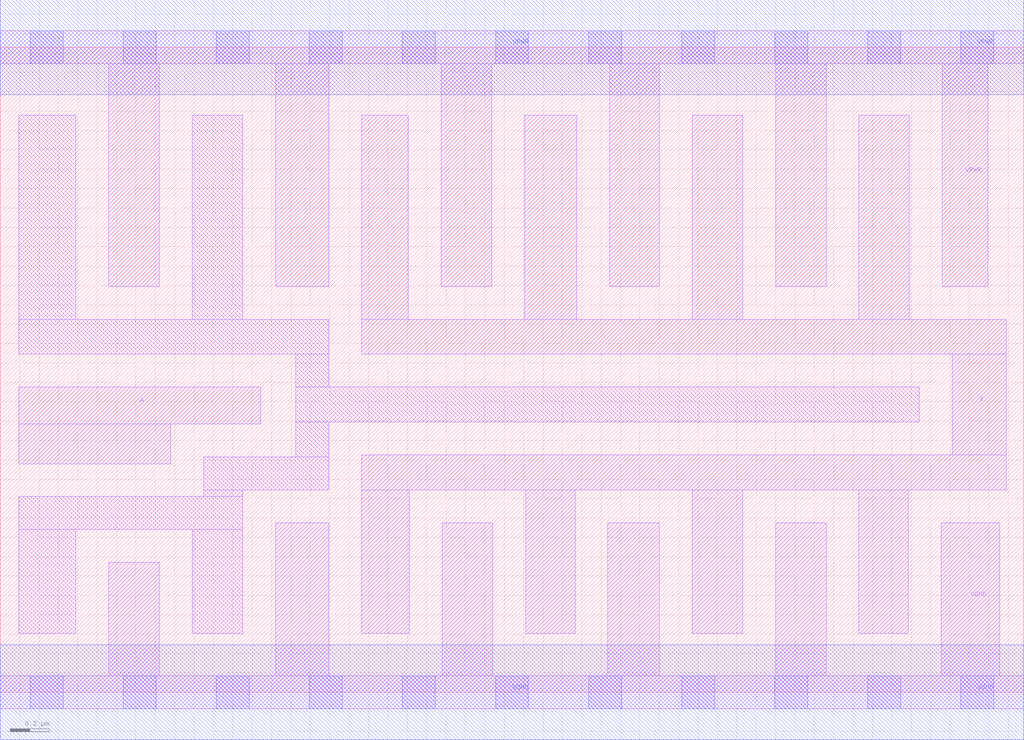
<source format=lef>
# Copyright 2020 The SkyWater PDK Authors
#
# Licensed under the Apache License, Version 2.0 (the "License");
# you may not use this file except in compliance with the License.
# You may obtain a copy of the License at
#
#     https://www.apache.org/licenses/LICENSE-2.0
#
# Unless required by applicable law or agreed to in writing, software
# distributed under the License is distributed on an "AS IS" BASIS,
# WITHOUT WARRANTIES OR CONDITIONS OF ANY KIND, either express or implied.
# See the License for the specific language governing permissions and
# limitations under the License.
#
# SPDX-License-Identifier: Apache-2.0

VERSION 5.7 ;
  NAMESCASESENSITIVE ON ;
  NOWIREEXTENSIONATPIN ON ;
  DIVIDERCHAR "/" ;
  BUSBITCHARS "[]" ;
UNITS
  DATABASE MICRONS 200 ;
END UNITS
MACRO sky130_fd_sc_lp__buf_8
  CLASS CORE ;
  SOURCE USER ;
  FOREIGN sky130_fd_sc_lp__buf_8 ;
  ORIGIN  0.000000  0.000000 ;
  SIZE  5.280000 BY  3.330000 ;
  SYMMETRY X Y R90 ;
  SITE unit ;
  PIN A
    ANTENNAGATEAREA  0.945000 ;
    DIRECTION INPUT ;
    USE SIGNAL ;
    PORT
      LAYER li1 ;
        RECT 0.095000 1.180000 0.880000 1.385000 ;
        RECT 0.095000 1.385000 1.345000 1.575000 ;
    END
  END A
  PIN X
    ANTENNADIFFAREA  2.352000 ;
    DIRECTION OUTPUT ;
    USE SIGNAL ;
    PORT
      LAYER li1 ;
        RECT 1.865000 0.305000 2.110000 1.045000 ;
        RECT 1.865000 1.045000 5.190000 1.225000 ;
        RECT 1.865000 1.745000 5.190000 1.925000 ;
        RECT 1.865000 1.925000 2.105000 2.980000 ;
        RECT 2.705000 1.925000 2.975000 2.980000 ;
        RECT 2.710000 0.305000 2.965000 1.045000 ;
        RECT 3.570000 0.305000 3.830000 1.045000 ;
        RECT 3.570000 1.925000 3.830000 2.980000 ;
        RECT 4.430000 0.305000 4.685000 1.045000 ;
        RECT 4.430000 1.925000 4.690000 2.980000 ;
        RECT 4.910000 1.225000 5.190000 1.745000 ;
    END
  END X
  PIN VGND
    DIRECTION INOUT ;
    USE GROUND ;
    PORT
      LAYER li1 ;
        RECT 0.000000 -0.085000 5.280000 0.085000 ;
        RECT 0.560000  0.085000 0.820000 0.670000 ;
        RECT 1.420000  0.085000 1.695000 0.875000 ;
        RECT 2.280000  0.085000 2.540000 0.875000 ;
        RECT 3.135000  0.085000 3.400000 0.875000 ;
        RECT 4.000000  0.085000 4.260000 0.875000 ;
        RECT 4.855000  0.085000 5.155000 0.875000 ;
      LAYER mcon ;
        RECT 0.155000 -0.085000 0.325000 0.085000 ;
        RECT 0.635000 -0.085000 0.805000 0.085000 ;
        RECT 1.115000 -0.085000 1.285000 0.085000 ;
        RECT 1.595000 -0.085000 1.765000 0.085000 ;
        RECT 2.075000 -0.085000 2.245000 0.085000 ;
        RECT 2.555000 -0.085000 2.725000 0.085000 ;
        RECT 3.035000 -0.085000 3.205000 0.085000 ;
        RECT 3.515000 -0.085000 3.685000 0.085000 ;
        RECT 3.995000 -0.085000 4.165000 0.085000 ;
        RECT 4.475000 -0.085000 4.645000 0.085000 ;
        RECT 4.955000 -0.085000 5.125000 0.085000 ;
      LAYER met1 ;
        RECT 0.000000 -0.245000 5.280000 0.245000 ;
    END
  END VGND
  PIN VPWR
    DIRECTION INOUT ;
    USE POWER ;
    PORT
      LAYER li1 ;
        RECT 0.000000 3.245000 5.280000 3.415000 ;
        RECT 0.560000 2.095000 0.820000 3.245000 ;
        RECT 1.420000 2.095000 1.695000 3.245000 ;
        RECT 2.275000 2.095000 2.535000 3.245000 ;
        RECT 3.145000 2.095000 3.400000 3.245000 ;
        RECT 4.000000 2.095000 4.260000 3.245000 ;
        RECT 4.860000 2.095000 5.095000 3.245000 ;
      LAYER mcon ;
        RECT 0.155000 3.245000 0.325000 3.415000 ;
        RECT 0.635000 3.245000 0.805000 3.415000 ;
        RECT 1.115000 3.245000 1.285000 3.415000 ;
        RECT 1.595000 3.245000 1.765000 3.415000 ;
        RECT 2.075000 3.245000 2.245000 3.415000 ;
        RECT 2.555000 3.245000 2.725000 3.415000 ;
        RECT 3.035000 3.245000 3.205000 3.415000 ;
        RECT 3.515000 3.245000 3.685000 3.415000 ;
        RECT 3.995000 3.245000 4.165000 3.415000 ;
        RECT 4.475000 3.245000 4.645000 3.415000 ;
        RECT 4.955000 3.245000 5.125000 3.415000 ;
      LAYER met1 ;
        RECT 0.000000 3.085000 5.280000 3.575000 ;
    END
  END VPWR
  OBS
    LAYER li1 ;
      RECT 0.095000 0.305000 0.390000 0.840000 ;
      RECT 0.095000 0.840000 1.250000 1.010000 ;
      RECT 0.095000 1.745000 1.695000 1.925000 ;
      RECT 0.095000 1.925000 0.390000 2.980000 ;
      RECT 0.990000 0.305000 1.250000 0.840000 ;
      RECT 0.990000 1.925000 1.250000 2.980000 ;
      RECT 1.050000 1.010000 1.250000 1.045000 ;
      RECT 1.050000 1.045000 1.695000 1.215000 ;
      RECT 1.525000 1.215000 1.695000 1.395000 ;
      RECT 1.525000 1.395000 4.740000 1.575000 ;
      RECT 1.525000 1.575000 1.695000 1.745000 ;
  END
END sky130_fd_sc_lp__buf_8

</source>
